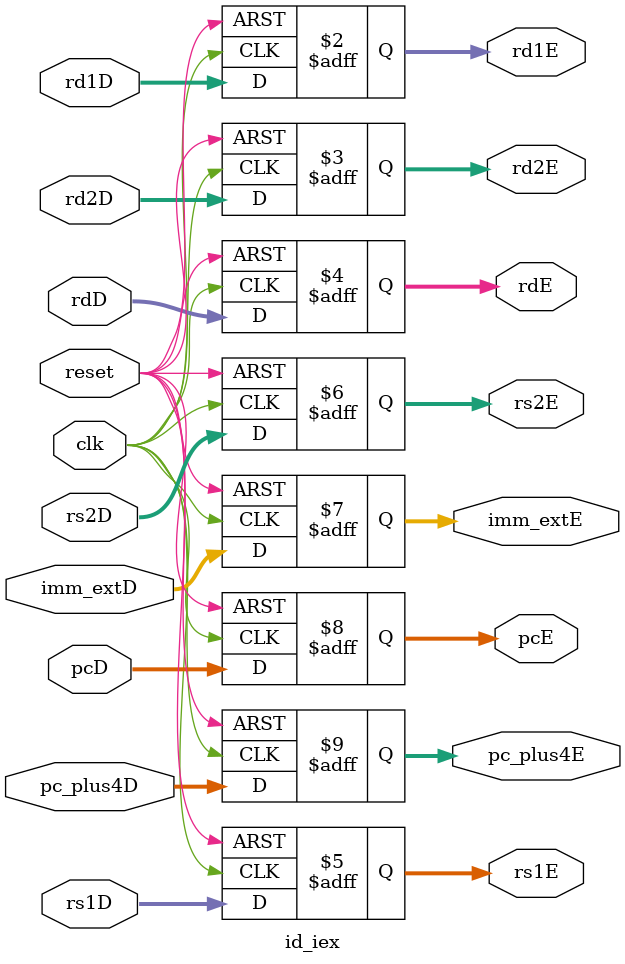
<source format=v>
`timescale 1ns / 1ps


module id_iex(
    input wire clk,
    input wire reset,
    
    // Inputs
    input wire [31:0] rd1D, rd2D,
    // NOTE FROM BOOK:
    // One of the subtle but critical issues in pipelining is that all signals associated with an instruction
    //  must advance through the pipeline in unison.
    // During writeback the result comes from the writeback stage, but the destination register comes from decode stage.
    // To fix this issue, the destination register must be pipelined along execution, mem, writeback so it remains in sync with the original instruction.
    input wire [4:0] rdD,
    input wire [4:0] rs1D, rs2D,
    input wire [31:0] imm_extD,
    input wire [31:0] pcD, pc_plus4D,
    
    // Outputs
    output reg [31:0] rd1E, rd2E,
    output reg [4:0] rdE,
    output reg [4:0] rs1E, rs2E,
    output reg [31:0] imm_extE,
    output reg [31:0] pcE, pc_plus4E
);

    always @(posedge clk or posedge reset) begin
        if (reset) begin
            rd1E <= 32'b0;
            rd2E <= 32'b0;
            rdE <= 5'b0;
            rs1E <= 5'b0;
            rs2E <= 5'b0;
            imm_extE <= 32'b0;
            pcE <= 32'b0;
            pc_plus4E <= 32'b0;
        end
        else begin
            rd1E <= rd1D;
            rd2E <= rd2D;
            rdE <= rdD;
            rs1E <= rs1D;
            rs2E <= rs2D;
            imm_extE <= imm_extD;
            pcE <= pcD;
            pc_plus4E <= pc_plus4D;
        end
    end
endmodule

</source>
